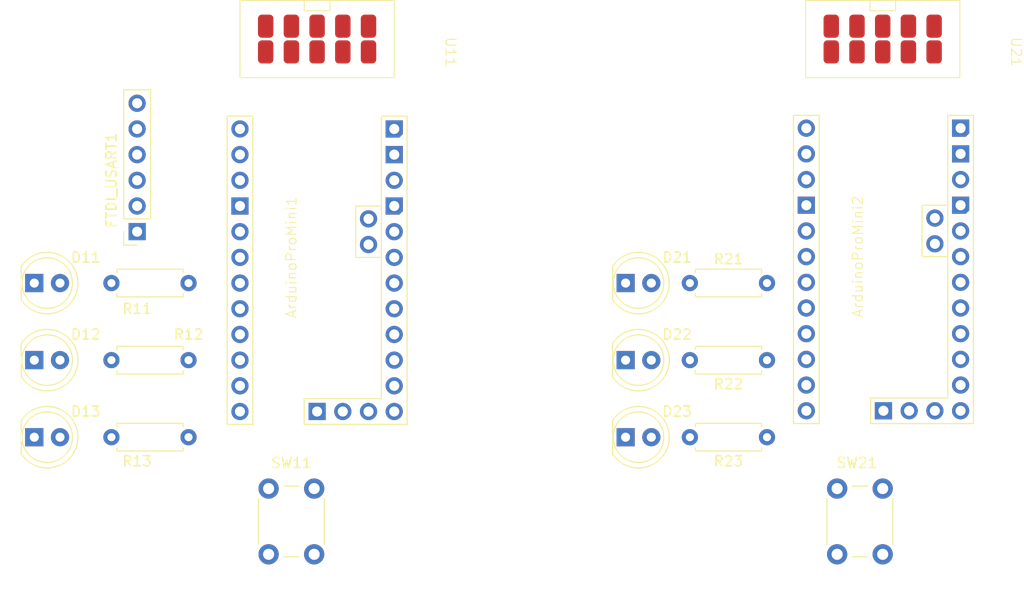
<source format=kicad_pcb>
(kicad_pcb (version 20221018) (generator pcbnew)
  (layers (0 "F.Cu" signal) (31 "B.Cu" signal) (34 "B.Paste" user) (35 "F.Paste" user) (36 "B.SilkS" user "B.Silkscreen") (37 "F.SilkS" user "F.Silkscreen") (38 "B.Mask" user) (39 "F.Mask" user) (44 "Edge.Cuts" user))
  (net 0 "")
  (net 1 "GND")
  (net 5 "LED11")
  (net 6 "LED12")
  (net 7 "LED13")
  (net 8 "RST")
  (net 9 "CS")
  (net 16 "+5V")
  (net 18 "MOSI")
  (net 20 "SCK")
  (net 21 "MISO")
  (net 23 "LED21")
  (net 24 "LED22")
  (net 25 "LED23")
  (net 26 "Net-(D11-A)")
  (net 27 "Net-(D12-A)")
  (net 28 "Net-(D13-A)")
  (net 29 "Net-(D21-A)")
  (net 30 "Net-(D22-A)")
  (net 31 "Net-(D23-A)")
  (net 52 "/UART TX")
  (net 53 "/UART RX")
  (net 54 "/RST 1")
  (net 55 "/Boot SW 1")
  (net 56 "/Boot SW 2")
  (net 57 "/RST 2")
  (footprint "Connector_PinSocket_2.54mm:PinSocket_1x06_P2.54mm_Vertical" (layer "F.Cu") (at 59.69 50.8 180)
    (fp_text reference "FTDI_USART1" (at 2.54 5.08 90) (layer "F.SilkS"))
    (fp_text value "FTDI_USART_Pin_Socket")
    (fp_line (start -1.33 1.27) (end -1.33 14.03) (stroke (width 0.12)) (layer "F.SilkS"))
    (fp_line (start -1.33 1.27) (end 1.33 1.27) (stroke (width 0.12)) (layer "F.SilkS"))
    (fp_line (start -1.33 14.03) (end 1.33 14.03) (stroke (width 0.12)) (layer "F.SilkS"))
    (fp_line (start 0 -1.33) (end 1.33 -1.33) (stroke (width 0.12)) (layer "F.SilkS"))
    (fp_line (start 1.33 -1.33) (end 1.33 0) (stroke (width 0.12)) (layer "F.SilkS"))
    (fp_line (start 1.33 1.27) (end 1.33 14.03) (stroke (width 0.12)) (layer "F.SilkS"))
    (pad "1" thru_hole rect (at 0 0 180) (size 1.7 1.7) (drill 1) (layers "*.Cu" "*.Mask") (net 1 "GND"))
    (pad "2" thru_hole oval (at 0 2.54 180) (size 1.7 1.7) (drill 1) (layers "*.Cu" "*.Mask"))
    (pad "3" thru_hole oval (at 0 5.08 180) (size 1.7 1.7) (drill 1) (layers "*.Cu" "*.Mask") (net 16 "+5V"))
    (pad "4" thru_hole oval (at 0 7.62 180) (size 1.7 1.7) (drill 1) (layers "*.Cu" "*.Mask") (net 53 "/UART RX"))
    (pad "5" thru_hole oval (at 0 10.16 180) (size 1.7 1.7) (drill 1) (layers "*.Cu" "*.Mask") (net 52 "/UART TX"))
    (pad "6" thru_hole oval (at 0 12.7 180) (size 1.7 1.7) (drill 1) (layers "*.Cu" "*.Mask"))
  )
  (footprint "Resistor_THT:R_Axial_DIN0207_L6.3mm_D2.5mm_P7.62mm_Horizontal" (layer "F.Cu") (at 64.77 63.5 180)
    (fp_text reference "R12" (at 0 2.54) (layer "F.SilkS"))
    (fp_text value "100R")
    (fp_line (start 0.54 -1.37) (end 7.08 -1.37) (stroke (width 0.12)) (layer "F.SilkS"))
    (fp_line (start 0.54 -1.04) (end 0.54 -1.37) (stroke (width 0.12)) (layer "F.SilkS"))
    (fp_line (start 0.54 1.04) (end 0.54 1.37) (stroke (width 0.12)) (layer "F.SilkS"))
    (fp_line (start 0.54 1.37) (end 7.08 1.37) (stroke (width 0.12)) (layer "F.SilkS"))
    (fp_line (start 7.08 -1.37) (end 7.08 -1.04) (stroke (width 0.12)) (layer "F.SilkS"))
    (fp_line (start 7.08 1.37) (end 7.08 1.04) (stroke (width 0.12)) (layer "F.SilkS"))
    (pad "1" thru_hole circle (at 0 0 180) (size 1.6 1.6) (drill 0.8) (layers "*.Cu" "*.Mask") (net 6 "LED12"))
    (pad "2" thru_hole oval (at 7.62 0 180) (size 1.6 1.6) (drill 0.8) (layers "*.Cu" "*.Mask") (net 27 "Net-(D12-A)"))
  )
  (footprint "LED_THT:LED_D5.0mm_FlatTop" (layer "F.Cu") (at 49.53 71.12)
    (fp_text reference "D13" (at 5.08 -2.54) (layer "F.SilkS"))
    (fp_text value "LED Blue")
    (fp_line (start -1.29 -1.64) (end -1.29 1.64) (stroke (width 0.12)) (layer "F.SilkS"))
    (fp_arc (start -1.29 -1.639512) (mid 2.125106 -2.917258) (end 4.309999 0.001958) (stroke (width 0.12)) (layer "F.SilkS"))
    (fp_arc (start 4.309999 -0.001958) (mid 2.125106 2.917258) (end -1.29 1.639512) (stroke (width 0.12)) (layer "F.SilkS"))
    (fp_circle (center 1.27 0) (end 3.77 0) (stroke (width 0.12)) (fill none) (layer "F.SilkS"))
    (pad "1" thru_hole rect (at 0 0) (size 1.8 1.8) (drill 0.9) (layers "*.Cu" "*.Mask") (net 1 "GND"))
    (pad "2" thru_hole circle (at 2.54 0) (size 1.8 1.8) (drill 0.9) (layers "*.Cu" "*.Mask") (net 28 "Net-(D13-A)"))
  )
  (footprint "LED_THT:LED_D5.0mm_FlatTop" (layer "F.Cu") (at 49.53 55.88)
    (fp_text reference "D11" (at 5.08 -2.54 180) (layer "F.SilkS"))
    (fp_text value "LED Red")
    (fp_line (start -1.29 -1.64) (end -1.29 1.64) (stroke (width 0.12)) (layer "F.SilkS"))
    (fp_arc (start -1.29 -1.639512) (mid 2.125106 -2.917258) (end 4.309999 0.001958) (stroke (width 0.12)) (layer "F.SilkS"))
    (fp_arc (start 4.309999 -0.001958) (mid 2.125106 2.917258) (end -1.29 1.639512) (stroke (width 0.12)) (layer "F.SilkS"))
    (fp_circle (center 1.27 0) (end 3.77 0) (stroke (width 0.12)) (fill none) (layer "F.SilkS"))
    (pad "1" thru_hole rect (at 0 0) (size 1.8 1.8) (drill 0.9) (layers "*.Cu" "*.Mask") (net 1 "GND"))
    (pad "2" thru_hole circle (at 2.54 0) (size 1.8 1.8) (drill 0.9) (layers "*.Cu" "*.Mask") (net 26 "Net-(D11-A)"))
  )
  (footprint "LED_THT:LED_D5.0mm_FlatTop" (layer "F.Cu") (at 107.95 71.12)
    (fp_text reference "D23" (at 5.08 -2.54) (layer "F.SilkS"))
    (fp_text value "LED Blue")
    (fp_line (start -1.29 -1.64) (end -1.29 1.64) (stroke (width 0.12)) (layer "F.SilkS"))
    (fp_arc (start -1.29 -1.639512) (mid 2.125106 -2.917258) (end 4.309999 0.001958) (stroke (width 0.12)) (layer "F.SilkS"))
    (fp_arc (start 4.309999 -0.001958) (mid 2.125106 2.917258) (end -1.29 1.639512) (stroke (width 0.12)) (layer "F.SilkS"))
    (fp_circle (center 1.27 0) (end 3.77 0) (stroke (width 0.12)) (fill none) (layer "F.SilkS"))
    (pad "1" thru_hole rect (at 0 0) (size 1.8 1.8) (drill 0.9) (layers "*.Cu" "*.Mask") (net 1 "GND"))
    (pad "2" thru_hole circle (at 2.54 0) (size 1.8 1.8) (drill 0.9) (layers "*.Cu" "*.Mask") (net 31 "Net-(D23-A)"))
  )
  (footprint "LED_THT:LED_D5.0mm_FlatTop" (layer "F.Cu") (at 49.53 63.5)
    (fp_text reference "D12" (at 5.08 -2.54) (layer "F.SilkS"))
    (fp_text value "LED Green")
    (fp_line (start -1.29 -1.64) (end -1.29 1.64) (stroke (width 0.12)) (layer "F.SilkS"))
    (fp_arc (start -1.29 -1.639512) (mid 2.125106 -2.917258) (end 4.309999 0.001958) (stroke (width 0.12)) (layer "F.SilkS"))
    (fp_arc (start 4.309999 -0.001958) (mid 2.125106 2.917258) (end -1.29 1.639512) (stroke (width 0.12)) (layer "F.SilkS"))
    (fp_circle (center 1.27 0) (end 3.77 0) (stroke (width 0.12)) (fill none) (layer "F.SilkS"))
    (pad "1" thru_hole rect (at 0 0) (size 1.8 1.8) (drill 0.9) (layers "*.Cu" "*.Mask") (net 1 "GND"))
    (pad "2" thru_hole circle (at 2.54 0) (size 1.8 1.8) (drill 0.9) (layers "*.Cu" "*.Mask") (net 27 "Net-(D12-A)"))
  )
  (footprint "Resistor_THT:R_Axial_DIN0207_L6.3mm_D2.5mm_P7.62mm_Horizontal" (layer "F.Cu") (at 121.92 63.5 180)
    (fp_text reference "R22" (at 3.81 -2.37) (layer "F.SilkS"))
    (fp_text value "100R")
    (fp_line (start 0.54 -1.37) (end 7.08 -1.37) (stroke (width 0.12)) (layer "F.SilkS"))
    (fp_line (start 0.54 -1.04) (end 0.54 -1.37) (stroke (width 0.12)) (layer "F.SilkS"))
    (fp_line (start 0.54 1.04) (end 0.54 1.37) (stroke (width 0.12)) (layer "F.SilkS"))
    (fp_line (start 0.54 1.37) (end 7.08 1.37) (stroke (width 0.12)) (layer "F.SilkS"))
    (fp_line (start 7.08 -1.37) (end 7.08 -1.04) (stroke (width 0.12)) (layer "F.SilkS"))
    (fp_line (start 7.08 1.37) (end 7.08 1.04) (stroke (width 0.12)) (layer "F.SilkS"))
    (pad "1" thru_hole circle (at 0 0 180) (size 1.6 1.6) (drill 0.8) (layers "*.Cu" "*.Mask") (net 24 "LED22"))
    (pad "2" thru_hole oval (at 7.62 0 180) (size 1.6 1.6) (drill 0.8) (layers "*.Cu" "*.Mask") (net 30 "Net-(D22-A)"))
  )
  (footprint "Button_Switch_THT:SW_PUSH_6mm" (layer "F.Cu") (at 128.85 82.7 90)
    (fp_text reference "SW21" (at 9.04 1.96 180) (layer "F.SilkS"))
    (fp_text value "Boot Mode Enable Switch")
    (fp_line (start -0.25 1.5) (end -0.25 3) (stroke (width 0.12)) (layer "F.SilkS"))
    (fp_line (start 1 5.5) (end 5.5 5.5) (stroke (width 0.12)) (layer "F.SilkS"))
    (fp_line (start 5.5 -1) (end 1 -1) (stroke (width 0.12)) (layer "F.SilkS"))
    (fp_line (start 6.75 3) (end 6.75 1.5) (stroke (width 0.12)) (layer "F.SilkS"))
    (pad "1" thru_hole circle (at 0 0 180) (size 2 2) (drill 1.1) (layers "*.Cu" "*.Mask") (net 56 "/Boot SW 2"))
    (pad "1" thru_hole circle (at 6.5 0 180) (size 2 2) (drill 1.1) (layers "*.Cu" "*.Mask") (net 56 "/Boot SW 2"))
    (pad "2" thru_hole circle (at 0 4.5 180) (size 2 2) (drill 1.1) (layers "*.Cu" "*.Mask") (net 1 "GND"))
    (pad "2" thru_hole circle (at 6.5 4.5 180) (size 2 2) (drill 1.1) (layers "*.Cu" "*.Mask") (net 1 "GND"))
  )
  (footprint "Resistor_THT:R_Axial_DIN0207_L6.3mm_D2.5mm_P7.62mm_Horizontal" (layer "F.Cu") (at 64.77 55.88 180)
    (fp_text reference "R11" (at 5.08 -2.54) (layer "F.SilkS"))
    (fp_text value "150R")
    (fp_line (start 0.54 -1.37) (end 7.08 -1.37) (stroke (width 0.12)) (layer "F.SilkS"))
    (fp_line (start 0.54 -1.04) (end 0.54 -1.37) (stroke (width 0.12)) (layer "F.SilkS"))
    (fp_line (start 0.54 1.04) (end 0.54 1.37) (stroke (width 0.12)) (layer "F.SilkS"))
    (fp_line (start 0.54 1.37) (end 7.08 1.37) (stroke (width 0.12)) (layer "F.SilkS"))
    (fp_line (start 7.08 -1.37) (end 7.08 -1.04) (stroke (width 0.12)) (layer "F.SilkS"))
    (fp_line (start 7.08 1.37) (end 7.08 1.04) (stroke (width 0.12)) (layer "F.SilkS"))
    (pad "1" thru_hole circle (at 0 0 180) (size 1.6 1.6) (drill 0.8) (layers "*.Cu" "*.Mask") (net 5 "LED11"))
    (pad "2" thru_hole oval (at 7.62 0 180) (size 1.6 1.6) (drill 0.8) (layers "*.Cu" "*.Mask") (net 26 "Net-(D11-A)"))
  )
  (footprint "Resistor_THT:R_Axial_DIN0207_L6.3mm_D2.5mm_P7.62mm_Horizontal" (layer "F.Cu") (at 121.92 71.12 180)
    (fp_text reference "R23" (at 3.81 -2.37) (layer "F.SilkS"))
    (fp_text value "100R")
    (fp_line (start 0.54 -1.37) (end 7.08 -1.37) (stroke (width 0.12)) (layer "F.SilkS"))
    (fp_line (start 0.54 -1.04) (end 0.54 -1.37) (stroke (width 0.12)) (layer "F.SilkS"))
    (fp_line (start 0.54 1.04) (end 0.54 1.37) (stroke (width 0.12)) (layer "F.SilkS"))
    (fp_line (start 0.54 1.37) (end 7.08 1.37) (stroke (width 0.12)) (layer "F.SilkS"))
    (fp_line (start 7.08 -1.37) (end 7.08 -1.04) (stroke (width 0.12)) (layer "F.SilkS"))
    (fp_line (start 7.08 1.37) (end 7.08 1.04) (stroke (width 0.12)) (layer "F.SilkS"))
    (pad "1" thru_hole circle (at 0 0 180) (size 1.6 1.6) (drill 0.8) (layers "*.Cu" "*.Mask") (net 25 "LED23"))
    (pad "2" thru_hole oval (at 7.62 0 180) (size 1.6 1.6) (drill 0.8) (layers "*.Cu" "*.Mask") (net 31 "Net-(D23-A)"))
  )
  (footprint "LED_THT:LED_D5.0mm_FlatTop" (layer "F.Cu") (at 107.95 55.88)
    (fp_text reference "D21" (at 5.08 -2.54) (layer "F.SilkS"))
    (fp_text value "LED Red")
    (fp_line (start -1.29 -1.64) (end -1.29 1.64) (stroke (width 0.12)) (layer "F.SilkS"))
    (fp_arc (start -1.29 -1.639512) (mid 2.125106 -2.917258) (end 4.309999 0.001958) (stroke (width 0.12)) (layer "F.SilkS"))
    (fp_arc (start 4.309999 -0.001958) (mid 2.125106 2.917258) (end -1.29 1.639512) (stroke (width 0.12)) (layer "F.SilkS"))
    (fp_circle (center 1.27 0) (end 3.77 0) (stroke (width 0.12)) (fill none) (layer "F.SilkS"))
    (pad "1" thru_hole rect (at 0 0) (size 1.8 1.8) (drill 0.9) (layers "*.Cu" "*.Mask") (net 1 "GND"))
    (pad "2" thru_hole circle (at 2.54 0) (size 1.8 1.8) (drill 0.9) (layers "*.Cu" "*.Mask") (net 29 "Net-(D21-A)"))
  )
  (footprint "MP-Library:ArduinoProMini-PinSockets" (layer "F.Cu") (at 123.265 71.045 90)
    (fp_text reference "ArduinoProMini2" (at 17.78 7.62 90 unlocked) (layer "F.SilkS") (effects (font (thickness 0.1))))
    (fp_text value "~")
    (fp_line (start 1.21 3.81) (end 31.75 3.81) (stroke (width 0.12)) (layer "F.SilkS"))
    (fp_line (start 1.27 1.27) (end 31.75 1.27) (stroke (width 0.12)) (layer "F.SilkS"))
    (fp_line (start 1.27 3.87) (end 1.27 1.27) (stroke (width 0.12)) (layer "F.SilkS"))
    (fp_line (start 1.27 19.05) (end 1.27 8.89) (stroke (width 0.12)) (layer "F.SilkS"))
    (fp_line (start 1.27 19.05) (end 31.75 19.05) (stroke (width 0.12)) (layer "F.SilkS"))
    (fp_line (start 3.81 8.89) (end 1.27 8.89) (stroke (width 0.12)) (layer "F.SilkS"))
    (fp_line (start 3.81 8.89) (end 3.81 16.51) (stroke (width 0.12)) (layer "F.SilkS"))
    (fp_line (start 3.81 16.51) (end 31.75 16.51) (stroke (width 0.12)) (layer "F.SilkS"))
    (fp_line (start 17.78 13.97) (end 17.78 16.51) (stroke (width 0.12)) (layer "F.SilkS"))
    (fp_line (start 17.78 13.97) (end 22.86 13.97) (stroke (width 0.12)) (layer "F.SilkS"))
    (fp_line (start 22.86 13.97) (end 22.86 16.51) (stroke (width 0.12)) (layer "F.SilkS"))
    (fp_line (start 31.75 3.81) (end 31.75 1.27) (stroke (width 0.12)) (layer "F.SilkS"))
    (fp_line (start 31.75 19.05) (end 31.75 16.51) (stroke (width 0.12)) (layer "F.SilkS"))
    (pad "1" thru_hole oval (at 30.48 2.54 180) (size 1.7 1.7) (drill 1) (layers "*.Cu" "*.Mask"))
    (pad "2" thru_hole oval (at 27.94 2.54 180) (size 1.7 1.7) (drill 1) (layers "*.Cu" "*.Mask"))
    (pad "3" thru_hole oval (at 25.4 2.54 180) (size 1.7 1.7) (drill 1) (layers "*.Cu" "*.Mask") (net 57 "/RST 2"))
    (pad "4" thru_hole rect (at 22.86 2.54 180) (size 1.7 1.7) (drill 1) (layers "*.Cu" "*.Mask") (net 1 "GND"))
    (pad "5" thru_hole oval (at 20.32 2.54 180) (size 1.7 1.7) (drill 1) (layers "*.Cu" "*.Mask"))
    (pad "6" thru_hole oval (at 17.78 2.54 180) (size 1.7 1.7) (drill 1) (layers "*.Cu" "*.Mask"))
    (pad "7" thru_hole oval (at 15.24 2.54 180) (size 1.7 1.7) (drill 1) (layers "*.Cu" "*.Mask"))
    (pad "8" thru_hole oval (at 12.7 2.54 180) (size 1.7 1.7) (drill 1) (layers "*.Cu" "*.Mask") (net 23 "LED21"))
    (pad "9" thru_hole oval (at 10.16 2.54 180) (size 1.7 1.7) (drill 1) (layers "*.Cu" "*.Mask") (net 24 "LED22"))
    (pad "10" thru_hole oval (at 7.62 2.54 180) (size 1.7 1.7) (drill 1) (layers "*.Cu" "*.Mask") (net 25 "LED23"))
    (pad "11" thru_hole oval (at 5.08 2.54 180) (size 1.7 1.7) (drill 1) (layers "*.Cu" "*.Mask") (net 56 "/Boot SW 2"))
    (pad "12" thru_hole circle (at 2.54 2.54 180) (size 1.7 1.7) (drill 1) (layers "*.Cu" "*.Mask"))
    (pad "13" thru_hole circle (at 2.54 17.78 180) (size 1.7 1.7) (drill 1) (layers "*.Cu" "*.Mask") (net 9 "CS"))
    (pad "14" thru_hole oval (at 5.08 17.78 180) (size 1.7 1.7) (drill 1) (layers "*.Cu" "*.Mask") (net 18 "MOSI"))
    (pad "15" thru_hole oval (at 7.62 17.78 180) (size 1.7 1.7) (drill 1) (layers "*.Cu" "*.Mask") (net 21 "MISO"))
    (pad "16" thru_hole oval (at 10.16 17.78 180) (size 1.7 1.7) (drill 1) (layers "*.Cu" "*.Mask") (net 20 "SCK"))
    (pad "17" thru_hole oval (at 12.7 17.78 180) (size 1.7 1.7) (drill 1) (layers "*.Cu" "*.Mask"))
    (pad "18" thru_hole oval (at 15.24 17.78 180) (size 1.7 1.7) (drill 1) (layers "*.Cu" "*.Mask"))
    (pad "19" thru_hole oval (at 17.78 17.78 180) (size 1.7 1.7) (drill 1) (layers "*.Cu" "*.Mask"))
    (pad "20" thru_hole oval (at 20.32 17.78 180) (size 1.7 1.7) (drill 1) (layers "*.Cu" "*.Mask"))
    (pad "21" thru_hole roundrect (at 22.86 17.78 180) (size 1.7 1.7) (drill 1) (layers "*.Cu" "*.Mask") (roundrect_rratio 0) (chamfer_ratio 0.2) (chamfer top_left) (net 16 "+5V"))
    (pad "22" thru_hole oval (at 25.4 17.78 180) (size 1.7 1.7) (drill 1) (layers "*.Cu" "*.Mask") (net 8 "RST"))
    (pad "23" thru_hole rect (at 27.94 17.78 180) (size 1.7 1.7) (drill 1) (layers "*.Cu" "*.Mask") (net 1 "GND"))
    (pad "24" thru_hole roundrect (at 30.48 17.78 180) (size 1.7 1.7) (drill 1) (layers "*.Cu" "*.Mask") (roundrect_rratio 0) (chamfer_ratio 0.2) (chamfer top_left))
    (pad "31" thru_hole rect (at 2.54 10.16 180) (size 1.7 1.7) (drill 1) (layers "*.Cu" "*.Mask") (net 1 "GND"))
    (pad "32" thru_hole circle (at 2.54 12.7 180) (size 1.7 1.7) (drill 1) (layers "*.Cu" "*.Mask"))
    (pad "33" thru_hole circle (at 2.54 15.24 180) (size 1.7 1.7) (drill 1) (layers "*.Cu" "*.Mask"))
    (pad "41" thru_hole oval (at 19.05 15.24 180) (size 1.7 1.7) (drill 1) (layers "*.Cu" "*.Mask"))
    (pad "42" thru_hole oval (at 21.59 15.24 180) (size 1.7 1.7) (drill 1) (layers "*.Cu" "*.Mask"))
  )
  (footprint "MP-Library:USBASP_Header_10Pin" (layer "F.Cu") (at 146.05 33.02 -90)
    (fp_text reference "U21" (at 0 -0.5 -90 unlocked) (layer "F.SilkS") (effects (font (thickness 0.1))))
    (fp_text value "~")
    (fp_line (start -5.08 11.43) (end -4.064 11.43) (stroke (width 0.1)) (layer "F.SilkS"))
    (fp_line (start -4.064 11.43) (end -4.064 13.97) (stroke (width 0.1)) (layer "F.SilkS"))
    (fp_line (start -4.064 13.97) (end -5.08 13.97) (stroke (width 0.1)) (layer "F.SilkS"))
    (fp_rect (start -5.08 5.08) (end 2.54 20.32) (stroke (width 0.1)) (fill none) (layer "F.SilkS"))
    (pad "1" smd roundrect (at -2.54 7.62 270) (size 2.286 1.524) (layers "F.Cu" "F.Paste" "F.Mask") (net 18 "MOSI"))
    (pad "2" smd roundrect (at -2.54 10.16 270) (size 2.286 1.524) (layers "F.Cu" "F.Paste" "F.Mask"))
    (pad "3" smd roundrect (at -2.54 12.7 270) (size 2.286 1.524) (layers "F.Cu" "F.Paste" "F.Mask") (net 57 "/RST 2"))
    (pad "4" smd roundrect (at -2.54 15.24 270) (size 2.286 1.524) (layers "F.Cu" "F.Paste" "F.Mask") (net 20 "SCK"))
    (pad "5" smd roundrect (at -2.54 17.78 270) (size 2.286 1.524) (layers "F.Cu" "F.Paste" "F.Mask") (net 21 "MISO"))
    (pad "6" smd roundrect (at 0 7.62 270) (size 2.286 1.524) (layers "F.Cu" "F.Paste" "F.Mask") (net 16 "+5V"))
    (pad "7" smd roundrect (at 0 10.16 270) (size 2.286 1.524) (layers "F.Cu" "F.Paste" "F.Mask") (net 1 "GND"))
    (pad "8" smd roundrect (at 0 12.7 270) (size 2.286 1.524) (layers "F.Cu" "F.Paste" "F.Mask") (net 1 "GND"))
    (pad "9" smd roundrect (at 0 15.24 270) (size 2.286 1.524) (layers "F.Cu" "F.Paste" "F.Mask") (net 1 "GND"))
    (pad "10" smd roundrect (at 0 17.78 270) (size 2.286 1.524) (layers "F.Cu" "F.Paste" "F.Mask") (net 1 "GND"))
  )
  (footprint "MP-Library:USBASP_Header_10Pin" (layer "F.Cu") (at 90.17 33.02 -90)
    (fp_text reference "U11" (at 0 -0.5 -90 unlocked) (layer "F.SilkS") (effects (font (thickness 0.1))))
    (fp_text value "~")
    (fp_line (start -5.08 11.43) (end -4.064 11.43) (stroke (width 0.1)) (layer "F.SilkS"))
    (fp_line (start -4.064 11.43) (end -4.064 13.97) (stroke (width 0.1)) (layer "F.SilkS"))
    (fp_line (start -4.064 13.97) (end -5.08 13.97) (stroke (width 0.1)) (layer "F.SilkS"))
    (fp_rect (start -5.08 5.08) (end 2.54 20.32) (stroke (width 0.1)) (fill none) (layer "F.SilkS"))
    (pad "1" smd roundrect (at -2.54 7.62 270) (size 2.286 1.524) (layers "F.Cu" "F.Paste" "F.Mask") (net 18 "MOSI"))
    (pad "2" smd roundrect (at -2.54 10.16 270) (size 2.286 1.524) (layers "F.Cu" "F.Paste" "F.Mask"))
    (pad "3" smd roundrect (at -2.54 12.7 270) (size 2.286 1.524) (layers "F.Cu" "F.Paste" "F.Mask") (net 54 "/RST 1"))
    (pad "4" smd roundrect (at -2.54 15.24 270) (size 2.286 1.524) (layers "F.Cu" "F.Paste" "F.Mask") (net 20 "SCK"))
    (pad "5" smd roundrect (at -2.54 17.78 270) (size 2.286 1.524) (layers "F.Cu" "F.Paste" "F.Mask") (net 21 "MISO"))
    (pad "6" smd roundrect (at 0 7.62 270) (size 2.286 1.524) (layers "F.Cu" "F.Paste" "F.Mask") (net 16 "+5V"))
    (pad "7" smd roundrect (at 0 10.16 270) (size 2.286 1.524) (layers "F.Cu" "F.Paste" "F.Mask") (net 1 "GND"))
    (pad "8" smd roundrect (at 0 12.7 270) (size 2.286 1.524) (layers "F.Cu" "F.Paste" "F.Mask") (net 1 "GND"))
    (pad "9" smd roundrect (at 0 15.24 270) (size 2.286 1.524) (layers "F.Cu" "F.Paste" "F.Mask") (net 1 "GND"))
    (pad "10" smd roundrect (at 0 17.78 270) (size 2.286 1.524) (layers "F.Cu" "F.Paste" "F.Mask") (net 1 "GND"))
  )
  (footprint "MP-Library:ArduinoProMini-PinSockets" (layer "F.Cu") (at 67.31 71.12 90)
    (fp_text reference "ArduinoProMini1" (at 17.78 7.62 90 unlocked) (layer "F.SilkS") (effects (font (thickness 0.1))))
    (fp_text value "~")
    (fp_line (start 1.21 3.81) (end 31.75 3.81) (stroke (width 0.12)) (layer "F.SilkS"))
    (fp_line (start 1.27 1.27) (end 31.75 1.27) (stroke (width 0.12)) (layer "F.SilkS"))
    (fp_line (start 1.27 3.87) (end 1.27 1.27) (stroke (width 0.12)) (layer "F.SilkS"))
    (fp_line (start 1.27 19.05) (end 1.27 8.89) (stroke (width 0.12)) (layer "F.SilkS"))
    (fp_line (start 1.27 19.05) (end 31.75 19.05) (stroke (width 0.12)) (layer "F.SilkS"))
    (fp_line (start 3.81 8.89) (end 1.27 8.89) (stroke (width 0.12)) (layer "F.SilkS"))
    (fp_line (start 3.81 8.89) (end 3.81 16.51) (stroke (width 0.12)) (layer "F.SilkS"))
    (fp_line (start 3.81 16.51) (end 31.75 16.51) (stroke (width 0.12)) (layer "F.SilkS"))
    (fp_line (start 17.78 13.97) (end 17.78 16.51) (stroke (width 0.12)) (layer "F.SilkS"))
    (fp_line (start 17.78 13.97) (end 22.86 13.97) (stroke (width 0.12)) (layer "F.SilkS"))
    (fp_line (start 22.86 13.97) (end 22.86 16.51) (stroke (width 0.12)) (layer "F.SilkS"))
    (fp_line (start 31.75 3.81) (end 31.75 1.27) (stroke (width 0.12)) (layer "F.SilkS"))
    (fp_line (start 31.75 19.05) (end 31.75 16.51) (stroke (width 0.12)) (layer "F.SilkS"))
    (pad "1" thru_hole oval (at 30.48 2.54 180) (size 1.7 1.7) (drill 1) (layers "*.Cu" "*.Mask") (net 52 "/UART TX"))
    (pad "2" thru_hole oval (at 27.94 2.54 180) (size 1.7 1.7) (drill 1) (layers "*.Cu" "*.Mask") (net 53 "/UART RX"))
    (pad "3" thru_hole oval (at 25.4 2.54 180) (size 1.7 1.7) (drill 1) (layers "*.Cu" "*.Mask") (net 54 "/RST 1"))
    (pad "4" thru_hole rect (at 22.86 2.54 180) (size 1.7 1.7) (drill 1) (layers "*.Cu" "*.Mask") (net 1 "GND"))
    (pad "5" thru_hole oval (at 20.32 2.54 180) (size 1.7 1.7) (drill 1) (layers "*.Cu" "*.Mask"))
    (pad "6" thru_hole oval (at 17.78 2.54 180) (size 1.7 1.7) (drill 1) (layers "*.Cu" "*.Mask"))
    (pad "7" thru_hole oval (at 15.24 2.54 180) (size 1.7 1.7) (drill 1) (layers "*.Cu" "*.Mask"))
    (pad "8" thru_hole oval (at 12.7 2.54 180) (size 1.7 1.7) (drill 1) (layers "*.Cu" "*.Mask") (net 5 "LED11"))
    (pad "9" thru_hole oval (at 10.16 2.54 180) (size 1.7 1.7) (drill 1) (layers "*.Cu" "*.Mask") (net 6 "LED12"))
    (pad "10" thru_hole oval (at 7.62 2.54 180) (size 1.7 1.7) (drill 1) (layers "*.Cu" "*.Mask") (net 7 "LED13"))
    (pad "11" thru_hole oval (at 5.08 2.54 180) (size 1.7 1.7) (drill 1) (layers "*.Cu" "*.Mask") (net 55 "/Boot SW 1"))
    (pad "12" thru_hole circle (at 2.54 2.54 180) (size 1.7 1.7) (drill 1) (layers "*.Cu" "*.Mask") (net 8 "RST"))
    (pad "13" thru_hole circle (at 2.54 17.78 180) (size 1.7 1.7) (drill 1) (layers "*.Cu" "*.Mask") (net 9 "CS"))
    (pad "14" thru_hole oval (at 5.08 17.78 180) (size 1.7 1.7) (drill 1) (layers "*.Cu" "*.Mask") (net 18 "MOSI"))
    (pad "15" thru_hole oval (at 7.62 17.78 180) (size 1.7 1.7) (drill 1) (layers "*.Cu" "*.Mask") (net 21 "MISO"))
    (pad "16" thru_hole oval (at 10.16 17.78 180) (size 1.7 1.7) (drill 1) (layers "*.Cu" "*.Mask") (net 20 "SCK"))
    (pad "17" thru_hole oval (at 12.7 17.78 180) (size 1.7 1.7) (drill 1) (layers "*.Cu" "*.Mask"))
    (pad "18" thru_hole oval (at 15.24 17.78 180) (size 1.7 1.7) (drill 1) (layers "*.Cu" "*.Mask"))
    (pad "19" thru_hole oval (at 17.78 17.78 180) (size 1.7 1.7) (drill 1) (layers "*.Cu" "*.Mask"))
    (pad "20" thru_hole oval (at 20.32 17.78 180) (size 1.7 1.7) (drill 1) (layers "*.Cu" "*.Mask"))
    (pad "21" thru_hole roundrect (at 22.86 17.78 180) (size 1.7 1.7) (drill 1) (layers "*.Cu" "*.Mask") (roundrect_rratio 0) (chamfer_ratio 0.2) (chamfer top_left) (net 16 "+5V"))
    (pad "22" thru_hole oval (at 25.4 17.78 180) (size 1.7 1.7) (drill 1) (layers "*.Cu" "*.Mask"))
    (pad "23" thru_hole rect (at 27.94 17.78 180) (size 1.7 1.7) (drill 1) (layers "*.Cu" "*.Mask") (net 1 "GND"))
    (pad "24" thru_hole roundrect (at 30.48 17.78 180) (size 1.7 1.7) (drill 1) (layers "*.Cu" "*.Mask") (roundrect_rratio 0) (chamfer_ratio 0.2) (chamfer top_left))
    (pad "31" thru_hole rect (at 2.54 10.16 180) (size 1.7 1.7) (drill 1) (layers "*.Cu" "*.Mask") (net 1 "GND"))
    (pad "32" thru_hole circle (at 2.54 12.7 180) (size 1.7 1.7) (drill 1) (layers "*.Cu" "*.Mask"))
    (pad "33" thru_hole circle (at 2.54 15.24 180) (size 1.7 1.7) (drill 1) (layers "*.Cu" "*.Mask"))
    (pad "41" thru_hole oval (at 19.05 15.24 180) (size 1.7 1.7) (drill 1) (layers "*.Cu" "*.Mask"))
    (pad "42" thru_hole oval (at 21.59 15.24 180) (size 1.7 1.7) (drill 1) (layers "*.Cu" "*.Mask"))
  )
  (footprint "Resistor_THT:R_Axial_DIN0207_L6.3mm_D2.5mm_P7.62mm_Horizontal" (layer "F.Cu") (at 64.77 71.12 180)
    (fp_text reference "R13" (at 5.08 -2.37) (layer "F.SilkS"))
    (fp_text value "100R")
    (fp_line (start 0.54 -1.37) (end 7.08 -1.37) (stroke (width 0.12)) (layer "F.SilkS"))
    (fp_line (start 0.54 -1.04) (end 0.54 -1.37) (stroke (width 0.12)) (layer "F.SilkS"))
    (fp_line (start 0.54 1.04) (end 0.54 1.37) (stroke (width 0.12)) (layer "F.SilkS"))
    (fp_line (start 0.54 1.37) (end 7.08 1.37) (stroke (width 0.12)) (layer "F.SilkS"))
    (fp_line (start 7.08 -1.37) (end 7.08 -1.04) (stroke (width 0.12)) (layer "F.SilkS"))
    (fp_line (start 7.08 1.37) (end 7.08 1.04) (stroke (width 0.12)) (layer "F.SilkS"))
    (pad "1" thru_hole circle (at 0 0 180) (size 1.6 1.6) (drill 0.8) (layers "*.Cu" "*.Mask") (net 7 "LED13"))
    (pad "2" thru_hole oval (at 7.62 0 180) (size 1.6 1.6) (drill 0.8) (layers "*.Cu" "*.Mask") (net 28 "Net-(D13-A)"))
  )
  (footprint "Button_Switch_THT:SW_PUSH_6mm" (layer "F.Cu") (at 72.68 82.7 90)
    (fp_text reference "SW11" (at 9.04 2.25 180) (layer "F.SilkS"))
    (fp_text value "Boot Mode Enable Switch")
    (fp_line (start -0.25 1.5) (end -0.25 3) (stroke (width 0.12)) (layer "F.SilkS"))
    (fp_line (start 1 5.5) (end 5.5 5.5) (stroke (width 0.12)) (layer "F.SilkS"))
    (fp_line (start 5.5 -1) (end 1 -1) (stroke (width 0.12)) (layer "F.SilkS"))
    (fp_line (start 6.75 3) (end 6.75 1.5) (stroke (width 0.12)) (layer "F.SilkS"))
    (pad "1" thru_hole circle (at 0 0 180) (size 2 2) (drill 1.1) (layers "*.Cu" "*.Mask") (net 55 "/Boot SW 1"))
    (pad "1" thru_hole circle (at 6.5 0 180) (size 2 2) (drill 1.1) (layers "*.Cu" "*.Mask") (net 55 "/Boot SW 1"))
    (pad "2" thru_hole circle (at 0 4.5 180) (size 2 2) (drill 1.1) (layers "*.Cu" "*.Mask") (net 1 "GND"))
    (pad "2" thru_hole circle (at 6.5 4.5 180) (size 2 2) (drill 1.1) (layers "*.Cu" "*.Mask") (net 1 "GND"))
  )
  (footprint "Resistor_THT:R_Axial_DIN0207_L6.3mm_D2.5mm_P7.62mm_Horizontal" (layer "F.Cu") (at 114.3 55.88)
    (fp_text reference "R21" (at 3.81 -2.37) (layer "F.SilkS"))
    (fp_text value "150R")
    (fp_line (start 0.54 -1.37) (end 7.08 -1.37) (stroke (width 0.12)) (layer "F.SilkS"))
    (fp_line (start 0.54 -1.04) (end 0.54 -1.37) (stroke (width 0.12)) (layer "F.SilkS"))
    (fp_line (start 0.54 1.04) (end 0.54 1.37) (stroke (width 0.12)) (layer "F.SilkS"))
    (fp_line (start 0.54 1.37) (end 7.08 1.37) (stroke (width 0.12)) (layer "F.SilkS"))
    (fp_line (start 7.08 -1.37) (end 7.08 -1.04) (stroke (width 0.12)) (layer "F.SilkS"))
    (fp_line (start 7.08 1.37) (end 7.08 1.04) (stroke (width 0.12)) (layer "F.SilkS"))
    (pad "1" thru_hole circle (at 0 0) (size 1.6 1.6) (drill 0.8) (layers "*.Cu" "*.Mask") (net 23 "LED21"))
    (pad "2" thru_hole oval (at 7.62 0) (size 1.6 1.6) (drill 0.8) (layers "*.Cu" "*.Mask") (net 29 "Net-(D21-A)"))
  )
  (footprint "LED_THT:LED_D5.0mm_FlatTop" (layer "F.Cu") (at 107.95 63.5)
    (fp_text reference "D22" (at 5.08 -2.54) (layer "F.SilkS"))
    (fp_text value "LED Green")
    (fp_line (start -1.29 -1.64) (end -1.29 1.64) (stroke (width 0.12)) (layer "F.SilkS"))
    (fp_arc (start -1.29 -1.639512) (mid 2.125106 -2.917258) (end 4.309999 0.001958) (stroke (width 0.12)) (layer "F.SilkS"))
    (fp_arc (start 4.309999 -0.001958) (mid 2.125106 2.917258) (end -1.29 1.639512) (stroke (width 0.12)) (layer "F.SilkS"))
    (fp_circle (center 1.27 0) (end 3.77 0) (stroke (width 0.12)) (fill none) (layer "F.SilkS"))
    (pad "1" thru_hole rect (at 0 0) (size 1.8 1.8) (drill 0.9) (layers "*.Cu" "*.Mask") (net 1 "GND"))
    (pad "2" thru_hole circle (at 2.54 0) (size 1.8 1.8) (drill 0.9) (layers "*.Cu" "*.Mask") (net 30 "Net-(D22-A)"))
  )
)
</source>
